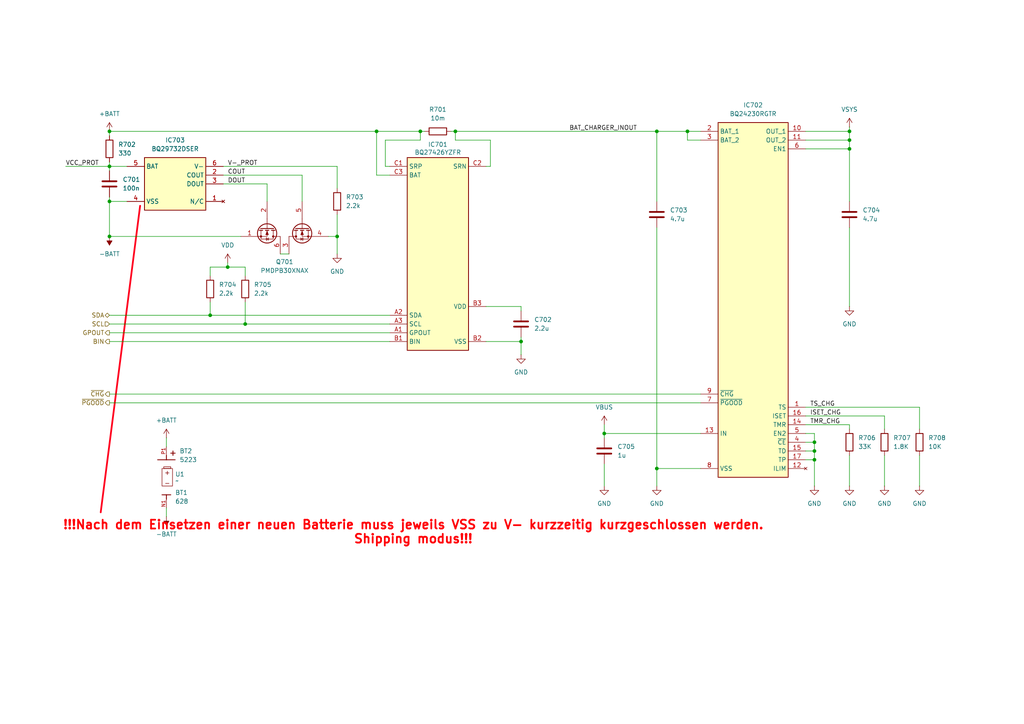
<source format=kicad_sch>
(kicad_sch (version 20250114) (generator "eeschema") (generator_version "9.0")
  (paper "A4")
  (lib_symbols
    (symbol "Device:C" (pin_numbers (hide yes)) (pin_names (offset 0.254))
      (property "Reference" "C" (at 0.635 2.54 0))
      (property "Value" "C" (at 0.635 -2.54 0))
      (symbol "C_0_1"
        (polyline (pts (xy -2.032 0.762) (xy 2.032 0.762)) (stroke (width 0.508)))
        (polyline (pts (xy -2.032 -0.762) (xy 2.032 -0.762)) (stroke (width 0.508)))
      )
      (symbol "C_1_1"
        (pin passive line (at 0 3.81 270) (length 2.794) (name "~") (number "1"))
        (pin passive line (at 0 -3.81 90) (length 2.794) (name "~") (number "2"))
      )
    )
    (symbol "Device:R" (pin_numbers (hide yes)) (pin_names (offset 0))
      (property "Reference" "R" (at 2.032 0 90))
      (property "Value" "R" (at 0 0 90))
      (symbol "R_0_1"
        (rectangle (start -1.016 -2.54) (end 1.016 2.54) (stroke (width 0.254)))
      )
      (symbol "R_1_1"
        (pin passive line (at 0 3.81 270) (length 1.27) (name "~") (number "1"))
        (pin passive line (at 0 -3.81 90) (length 1.27) (name "~") (number "2"))
      )
    )
    (symbol "TrashFlash:5223" (pin_names (offset 1.016))
      (property "Reference" "BT" (at -3.81 3.81 0))
      (property "Value" "5223" (at -3.81 -5.08 0))
      (symbol "5223_0_0"
        (polyline (pts (xy -3.81 1.905) (xy -2.54 1.905)) (stroke (width 0.254)))
        (polyline (pts (xy -3.175 2.54) (xy -3.175 1.27)) (stroke (width 0.254)))
        (polyline (pts (xy -1.27 2.54) (xy -1.27 0)) (stroke (width 0.254)))
        (polyline (pts (xy -1.27 0) (xy -2.54 0)) (stroke (width 0.254)))
        (polyline (pts (xy -1.27 0) (xy -1.27 -2.54)) (stroke (width 0.254)))
      )
      (symbol "5223_1_0"
        (pin passive line (at -5.08 0 0) (length 2.54) (name "~") (number "P1"))
      )
    )
    (symbol "TrashFlash:628" (pin_names (offset 1.016))
      (property "Reference" "BT" (at -3.81 3.81 0))
      (property "Value" "628" (at -3.81 -5.08 0))
      (symbol "628_0_0"
        (polyline (pts (xy 1.27 1.27) (xy 1.27 0)) (stroke (width 0.254)))
        (polyline (pts (xy 1.27 0) (xy 1.27 -1.27)) (stroke (width 0.254)))
        (polyline (pts (xy 1.27 0) (xy 2.54 0)) (stroke (width 0.254)))
        (pin passive line (at 5.08 0 180) (length 2.54) (name "~") (number "N1"))
        (pin passive line (at 5.08 0 180) (length 2.54) (hide yes) (name "~") (number "N2"))
        (pin passive line (at 5.08 0 180) (length 2.54) (hide yes) (name "~") (number "N3"))
      )
    )
    (symbol "TrashFlash:BQ24230RGTR"
      (property "Reference" "IC" (at -10.16 19.558 0))
      (property "Value" "BQ24230RGTR" (at -10.16 17.018 0))
      (symbol "BQ24230RGTR_1_1"
        (rectangle (start -10.16 12.7) (end 10.16 -90.17) (stroke (width 0.254)) (fill (type background)))
        (pin passive line (at -15.24 10.16 0) (length 5.08) (name "BAT_1") (number "2"))
        (pin passive line (at -15.24 7.62 0) (length 5.08) (name "BAT_2") (number "3"))
        (pin passive line (at -15.24 -66.04 0) (length 5.08) (name "~{CHG}") (number "9"))
        (pin passive line (at -15.24 -68.58 0) (length 5.08) (name "~{PGOOD}") (number "7"))
        (pin passive line (at -15.24 -77.47 0) (length 5.08) (name "IN") (number "13"))
        (pin passive line (at -15.24 -87.63 0) (length 5.08) (name "VSS") (number "8"))
        (pin passive line (at 15.24 10.16 180) (length 5.08) (name "OUT_1") (number "10"))
        (pin passive line (at 15.24 7.62 180) (length 5.08) (name "OUT_2") (number "11"))
        (pin passive line (at 15.24 5.08 180) (length 5.08) (name "EN1") (number "6"))
        (pin passive line (at 15.24 -69.85 180) (length 5.08) (name "TS") (number "1"))
        (pin passive line (at 15.24 -72.39 180) (length 5.08) (name "ISET") (number "16"))
        (pin passive line (at 15.24 -74.93 180) (length 5.08) (name "TMR") (number "14"))
        (pin passive line (at 15.24 -77.47 180) (length 5.08) (name "EN2") (number "5"))
        (pin passive line (at 15.24 -80.01 180) (length 5.08) (name "~{CE}") (number "4"))
        (pin passive line (at 15.24 -82.55 180) (length 5.08) (name "TD") (number "15"))
        (pin passive line (at 15.24 -85.09 180) (length 5.08) (name "TP") (number "17"))
        (pin no_connect line (at 15.24 -87.63 180) (length 5.08) (name "ILIM") (number "12"))
      )
    )
    (symbol "TrashFlash:BQ27426YZFR"
      (property "Reference" "IC" (at 0.254 4.572 0))
      (property "Value" "BQ27426YZFR" (at 0.254 2.54 0))
      (symbol "BQ27426YZFR_1_1"
        (rectangle (start 0 0) (end 17.78 -55.88) (stroke (width 0.254)) (fill (type background)))
        (pin passive line (at -5.08 -2.54 0) (length 5.08) (name "SRP") (number "C1"))
        (pin passive line (at -5.08 -5.08 0) (length 5.08) (name "BAT") (number "C3"))
        (pin passive line (at -5.08 -45.72 0) (length 5.08) (name "SDA") (number "A2"))
        (pin passive line (at -5.08 -48.26 0) (length 5.08) (name "SCL") (number "A3"))
        (pin passive line (at -5.08 -50.8 0) (length 5.08) (name "GPOUT") (number "A1"))
        (pin passive line (at -5.08 -53.34 0) (length 5.08) (name "BIN") (number "B1"))
        (pin passive line (at 22.86 -2.54 180) (length 5.08) (name "SRN") (number "C2"))
        (pin passive line (at 22.86 -43.18 180) (length 5.08) (name "VDD") (number "B3"))
        (pin passive line (at 22.86 -53.34 180) (length 5.08) (name "VSS") (number "B2"))
      )
    )
    (symbol "TrashFlash:BQ29732DSER"
      (property "Reference" "IC" (at -8.89 14.986 0))
      (property "Value" "BQ29732DSER" (at -8.89 12.446 0))
      (symbol "BQ29732DSER_1_1"
        (rectangle (start -8.89 8.89) (end 8.89 -6.35) (stroke (width 0.254)) (fill (type background)))
        (pin power_in line (at -13.97 6.35 0) (length 5.08) (name "BAT") (number "5"))
        (pin power_in line (at -13.97 -3.81 0) (length 5.08) (name "VSS") (number "4"))
        (pin bidirectional line (at 13.97 6.35 180) (length 5.08) (name "V-") (number "6"))
        (pin output line (at 13.97 3.81 180) (length 5.08) (name "COUT") (number "2"))
        (pin output line (at 13.97 1.27 180) (length 5.08) (name "DOUT") (number "3"))
        (pin no_connect line (at 13.97 -3.81 180) (length 5.08) (name "N/C") (number "1"))
      )
    )
    (symbol "TrashFlash:CR123A"
      (property "Reference" "U" (at 0 0 0))
      (symbol "CR123A_0_1"
        (rectangle (start 0 5.08) (end 3.048 0))
        (rectangle (start 0.508 5.588) (end 2.54 5.08))
        (polyline (pts (xy 1.016 3.81) (xy 2.032 3.81)))
        (polyline (pts (xy 1.016 0.762) (xy 2.032 0.762)))
        (polyline (pts (xy 1.524 4.318) (xy 1.524 3.302)))
      )
    )
    (symbol "TrashFlash:PMDPB30XNAX"
      (property "Reference" "Q" (at 7.62 14.732 0))
      (property "Value" "PMDPB30XNAX" (at 7.62 12.192 0))
      (symbol "PMDPB30XNAX_0_1"
        (polyline (pts (xy -7.62 0) (xy -5.08 0) (xy -5.08 1.778)))
        (polyline (pts (xy -6.858 1.778) (xy -6.858 -0.762) (xy -3.302 -0.762) (xy -3.302 1.778)))
        (circle (center -6.858 0) (radius 0.254) (fill (type outline)))
        (polyline (pts (xy -6.35 1.778) (xy -7.366 1.778)) (stroke (width 0.254)))
        (polyline (pts (xy -5.08 2.286) (xy -5.08 5.08)))
        (polyline (pts (xy -5.08 1.524) (xy -4.699 0.508) (xy -5.461 0.508) (xy -5.08 1.524)) (fill (type outline)))
        (circle (center -5.08 0.889) (radius 2.794) (stroke (width 0.254)))
        (polyline (pts (xy -4.699 -0.381) (xy -4.699 -1.143)))
        (polyline (pts (xy -4.699 -0.762) (xy -5.334 -0.381) (xy -5.334 -1.143) (xy -4.699 -0.762)))
        (polyline (pts (xy -4.572 1.778) (xy -5.588 1.778)) (stroke (width 0.254)))
        (circle (center -3.302 0) (radius 0.254) (fill (type outline)))
        (polyline (pts (xy -3.175 2.286) (xy -6.985 2.286)) (stroke (width 0.254)))
        (polyline (pts (xy -2.794 1.778) (xy -3.81 1.778)) (stroke (width 0.254)))
        (polyline (pts (xy -2.54 0) (xy -3.302 0)))
        (polyline (pts (xy -1.27 0) (xy -2.54 0)))
        (polyline (pts (xy 1.27 0) (xy 2.54 0)))
        (polyline (pts (xy 2.54 0) (xy 3.302 0)))
        (polyline (pts (xy 2.794 1.778) (xy 3.81 1.778)) (stroke (width 0.254)))
        (polyline (pts (xy 3.175 2.286) (xy 6.985 2.286)) (stroke (width 0.254)))
        (circle (center 3.302 0) (radius 0.254) (fill (type outline)))
        (polyline (pts (xy 4.572 1.778) (xy 5.588 1.778)) (stroke (width 0.254)))
        (polyline (pts (xy 4.699 -0.381) (xy 4.699 -1.143)))
        (polyline (pts (xy 4.699 -0.762) (xy 5.334 -0.381) (xy 5.334 -1.143) (xy 4.699 -0.762)))
        (polyline (pts (xy 5.08 2.286) (xy 5.08 5.08)))
        (polyline (pts (xy 5.08 1.524) (xy 4.699 0.508) (xy 5.461 0.508) (xy 5.08 1.524)) (fill (type outline)))
        (circle (center 5.08 0.889) (radius 2.794) (stroke (width 0.254)))
        (polyline (pts (xy 6.35 1.778) (xy 7.366 1.778)) (stroke (width 0.254)))
        (polyline (pts (xy 6.858 1.778) (xy 6.858 -0.762) (xy 3.302 -0.762) (xy 3.302 1.778)))
        (circle (center 6.858 0) (radius 0.254) (fill (type outline)))
        (polyline (pts (xy 7.62 0) (xy 5.08 0) (xy 5.08 1.778)))
      )
      (symbol "PMDPB30XNAX_1_1"
        (pin passive line (at -12.7 0 0) (length 5.08) (name "") (number "1"))
        (pin passive line (at -5.08 10.16 270) (length 5.08) (name "") (number "2"))
        (pin passive line (at -1.27 -5.08 90) (length 5.08) (name "") (number "6"))
        (pin passive line (at 1.27 -5.08 90) (length 5.08) (name "") (number "3"))
        (pin passive line (at 5.08 10.16 270) (length 5.08) (name "") (number "5"))
        (pin passive line (at 12.7 0 180) (length 5.08) (name "") (number "4"))
      )
    )
    (symbol "TrashFlash:VSYS" (power) (pin_numbers (hide yes)) (pin_names (offset 0) (hide yes))
      (property "Value" "VSYS" (at 0 3.556 0))
      (symbol "VSYS_0_1"
        (polyline (pts (xy -0.762 1.27) (xy 0 2.54)))
        (polyline (pts (xy 0 2.54) (xy 0.762 1.27)))
        (polyline (pts (xy 0 0) (xy 0 2.54)))
      )
      (symbol "VSYS_1_1"
        (pin power_in line (at 0 0 90) (length 0) (name "VSYS") (number "1"))
      )
    )
    (symbol "power:+BATT" (power) (pin_numbers (hide yes)) (pin_names (offset 0) (hide yes))
      (property "Value" "+BATT" (at 0 3.556 0))
      (symbol "+BATT_0_1"
        (polyline (pts (xy -0.762 1.27) (xy 0 2.54)))
        (polyline (pts (xy 0 2.54) (xy 0.762 1.27)))
        (polyline (pts (xy 0 0) (xy 0 2.54)))
      )
      (symbol "+BATT_1_1"
        (pin power_in line (at 0 0 90) (length 0) (name "~") (number "1"))
      )
    )
    (symbol "power:-BATT" (power) (pin_numbers (hide yes)) (pin_names (offset 0) (hide yes))
      (property "Value" "-BATT" (at 0 3.556 0))
      (symbol "-BATT_0_1"
        (polyline (pts (xy 0 0) (xy 0 2.54)))
        (polyline (pts (xy 0.762 1.27) (xy -0.762 1.27) (xy 0 2.54) (xy 0.762 1.27)) (fill (type outline)))
      )
      (symbol "-BATT_1_1"
        (pin power_in line (at 0 0 90) (length 0) (name "~") (number "1"))
      )
    )
    (symbol "power:GND" (power) (pin_numbers (hide yes)) (pin_names (offset 0) (hide yes))
      (property "Value" "GND" (at 0 -3.81 0))
      (symbol "GND_0_1"
        (polyline (pts (xy 0 0) (xy 0 -1.27) (xy 1.27 -1.27) (xy 0 -2.54) (xy -1.27 -1.27) (xy 0 -1.27)))
      )
      (symbol "GND_1_1"
        (pin power_in line (at 0 0 270) (length 0) (name "~") (number "1"))
      )
    )
    (symbol "power:VBUS" (power) (pin_numbers (hide yes)) (pin_names (offset 0) (hide yes))
      (property "Value" "VBUS" (at 0 3.556 0))
      (symbol "VBUS_0_1"
        (polyline (pts (xy -0.762 1.27) (xy 0 2.54)))
        (polyline (pts (xy 0 2.54) (xy 0.762 1.27)))
        (polyline (pts (xy 0 0) (xy 0 2.54)))
      )
      (symbol "VBUS_1_1"
        (pin power_in line (at 0 0 90) (length 0) (name "~") (number "1"))
      )
    )
    (symbol "power:VDD" (power) (pin_numbers (hide yes)) (pin_names (offset 0) (hide yes))
      (property "Value" "VDD" (at 0 3.556 0))
      (symbol "VDD_0_1"
        (polyline (pts (xy -0.762 1.27) (xy 0 2.54)))
        (polyline (pts (xy 0 2.54) (xy 0.762 1.27)))
        (polyline (pts (xy 0 0) (xy 0 2.54)))
      )
      (symbol "VDD_1_1"
        (pin power_in line (at 0 0 90) (length 0) (name "~") (number "1"))
      )
    )
  )
  (text "!!!Nach dem Einsetzen einer neuen Batterie muss jeweils VSS zu V- kurzzeitig kurzgeschlossen werden.\nShipping modus!!!" (at 119.888 154.432 0) (effects (font (size 2.54 2.54) (thickness 0.508) (bold yes))))
  (junction (at 71.12 93.98))
  (junction (at 190.5 38.1))
  (junction (at 31.75 48.26))
  (junction (at 97.79 68.58))
  (junction (at 121.92 38.1))
  (junction (at 199.39 38.1))
  (junction (at 246.38 38.1))
  (junction (at 246.38 43.18))
  (junction (at 246.38 40.64))
  (junction (at 109.22 38.1))
  (junction (at 236.22 133.35))
  (junction (at 31.75 58.42))
  (junction (at 66.04 77.47))
  (junction (at 236.22 128.27))
  (junction (at 31.75 38.1))
  (junction (at 132.08 38.1))
  (junction (at 236.22 130.81))
  (junction (at 151.13 99.06))
  (junction (at 175.26 125.73))
  (junction (at 60.96 91.44))
  (junction (at 31.75 68.58))
  (junction (at 190.5 135.89))
  (wire (pts (xy 66.04 77.47) (xy 71.12 77.47)))
  (wire (pts (xy 132.08 38.1) (xy 132.08 40.64)))
  (wire (pts (xy 66.04 76.2) (xy 66.04 77.47)))
  (wire (pts (xy 31.75 114.3) (xy 203.2 114.3)))
  (wire (pts (xy 233.68 120.65) (xy 256.54 120.65)))
  (wire (pts (xy 121.92 40.64) (xy 121.92 38.1)))
  (wire (pts (xy 111.76 48.26) (xy 111.76 40.64)))
  (wire (pts (xy 130.81 38.1) (xy 132.08 38.1)))
  (wire (pts (xy 111.76 40.64) (xy 121.92 40.64)))
  (wire (pts (xy 199.39 40.64) (xy 199.39 38.1)))
  (wire (pts (xy 190.5 38.1) (xy 199.39 38.1)))
  (wire (pts (xy 71.12 77.47) (xy 71.12 80.01)))
  (wire (pts (xy 31.75 58.42) (xy 31.75 57.15)))
  (wire (pts (xy 190.5 140.97) (xy 190.5 135.89)))
  (wire (pts (xy 71.12 87.63) (xy 71.12 93.98)))
  (wire (pts (xy 175.26 125.73) (xy 175.26 127)))
  (polyline (pts (xy 29.21 148.59) (xy 40.64 59.69)) (stroke (width 0.508) (type solid) (color 255 0 24 1)))
  (wire (pts (xy 266.7 118.11) (xy 266.7 124.46)))
  (wire (pts (xy 111.76 48.26) (xy 113.03 48.26)))
  (wire (pts (xy 233.68 125.73) (xy 236.22 125.73)))
  (wire (pts (xy 246.38 43.18) (xy 246.38 58.42)))
  (wire (pts (xy 95.25 68.58) (xy 97.79 68.58)))
  (wire (pts (xy 31.75 93.98) (xy 71.12 93.98)))
  (wire (pts (xy 151.13 88.9) (xy 151.13 90.17)))
  (wire (pts (xy 233.68 130.81) (xy 236.22 130.81)))
  (wire (pts (xy 190.5 38.1) (xy 190.5 58.42)))
  (wire (pts (xy 77.47 53.34) (xy 64.77 53.34)))
  (wire (pts (xy 60.96 77.47) (xy 66.04 77.47)))
  (wire (pts (xy 64.77 48.26) (xy 97.79 48.26)))
  (wire (pts (xy 113.03 50.8) (xy 109.22 50.8)))
  (wire (pts (xy 71.12 93.98) (xy 113.03 93.98)))
  (wire (pts (xy 199.39 38.1) (xy 203.2 38.1)))
  (wire (pts (xy 233.68 40.64) (xy 246.38 40.64)))
  (wire (pts (xy 97.79 68.58) (xy 97.79 73.66)))
  (wire (pts (xy 246.38 36.83) (xy 246.38 38.1)))
  (wire (pts (xy 31.75 58.42) (xy 31.75 68.58)))
  (wire (pts (xy 60.96 87.63) (xy 60.96 91.44)))
  (wire (pts (xy 97.79 48.26) (xy 97.79 54.61)))
  (wire (pts (xy 31.75 58.42) (xy 36.83 58.42)))
  (wire (pts (xy 31.75 38.1) (xy 31.75 39.37)))
  (wire (pts (xy 121.92 38.1) (xy 123.19 38.1)))
  (wire (pts (xy 77.47 58.42) (xy 77.47 53.34)))
  (wire (pts (xy 109.22 38.1) (xy 121.92 38.1)))
  (wire (pts (xy 190.5 135.89) (xy 203.2 135.89)))
  (wire (pts (xy 203.2 40.64) (xy 199.39 40.64)))
  (wire (pts (xy 236.22 133.35) (xy 236.22 140.97)))
  (wire (pts (xy 31.75 116.84) (xy 203.2 116.84)))
  (wire (pts (xy 233.68 133.35) (xy 236.22 133.35)))
  (wire (pts (xy 266.7 132.08) (xy 266.7 140.97)))
  (wire (pts (xy 87.63 50.8) (xy 64.77 50.8)))
  (wire (pts (xy 31.75 49.53) (xy 31.75 48.26)))
  (wire (pts (xy 233.68 118.11) (xy 266.7 118.11)))
  (wire (pts (xy 175.26 123.19) (xy 175.26 125.73)))
  (wire (pts (xy 48.26 149.86) (xy 48.26 147.32)))
  (wire (pts (xy 31.75 38.1) (xy 109.22 38.1)))
  (wire (pts (xy 97.79 62.23) (xy 97.79 68.58)))
  (wire (pts (xy 190.5 66.04) (xy 190.5 135.89)))
  (wire (pts (xy 31.75 96.52) (xy 113.03 96.52)))
  (wire (pts (xy 109.22 38.1) (xy 109.22 50.8)))
  (wire (pts (xy 140.97 48.26) (xy 142.24 48.26)))
  (wire (pts (xy 246.38 123.19) (xy 246.38 124.46)))
  (wire (pts (xy 233.68 38.1) (xy 246.38 38.1)))
  (wire (pts (xy 48.26 127) (xy 48.26 129.54)))
  (wire (pts (xy 246.38 66.04) (xy 246.38 88.9)))
  (wire (pts (xy 233.68 43.18) (xy 246.38 43.18)))
  (wire (pts (xy 31.75 46.99) (xy 31.75 48.26)))
  (wire (pts (xy 256.54 132.08) (xy 256.54 140.97)))
  (wire (pts (xy 236.22 125.73) (xy 236.22 128.27)))
  (wire (pts (xy 175.26 125.73) (xy 203.2 125.73)))
  (wire (pts (xy 246.38 40.64) (xy 246.38 38.1)))
  (wire (pts (xy 132.08 38.1) (xy 190.5 38.1)))
  (wire (pts (xy 233.68 128.27) (xy 236.22 128.27)))
  (wire (pts (xy 31.75 68.58) (xy 69.85 68.58)))
  (wire (pts (xy 142.24 48.26) (xy 142.24 40.64)))
  (wire (pts (xy 175.26 140.97) (xy 175.26 134.62)))
  (wire (pts (xy 60.96 80.01) (xy 60.96 77.47)))
  (wire (pts (xy 31.75 91.44) (xy 60.96 91.44)))
  (wire (pts (xy 151.13 99.06) (xy 140.97 99.06)))
  (wire (pts (xy 233.68 123.19) (xy 246.38 123.19)))
  (wire (pts (xy 60.96 91.44) (xy 113.03 91.44)))
  (wire (pts (xy 151.13 88.9) (xy 140.97 88.9)))
  (wire (pts (xy 31.75 48.26) (xy 36.83 48.26)))
  (wire (pts (xy 87.63 58.42) (xy 87.63 50.8)))
  (wire (pts (xy 246.38 43.18) (xy 246.38 40.64)))
  (wire (pts (xy 246.38 132.08) (xy 246.38 140.97)))
  (wire (pts (xy 151.13 97.79) (xy 151.13 99.06)))
  (wire (pts (xy 31.75 99.06) (xy 113.03 99.06)))
  (wire (pts (xy 151.13 102.87) (xy 151.13 99.06)))
  (wire (pts (xy 81.28 73.66) (xy 83.82 73.66)))
  (wire (pts (xy 236.22 128.27) (xy 236.22 130.81)))
  (wire (pts (xy 236.22 130.81) (xy 236.22 133.35)))
  (wire (pts (xy 142.24 40.64) (xy 132.08 40.64)))
  (wire (pts (xy 256.54 120.65) (xy 256.54 124.46)))
  (wire (pts (xy 19.05 48.26) (xy 31.75 48.26)))
  (label "ISET_CHG" (at 234.95 120.65 0))
  (label "BAT_CHARGER_INOUT" (at 165.1 38.1 0))
  (label "TMR_CHG" (at 234.95 123.19 0))
  (label "V-_PROT" (at 66.04 48.26 0))
  (label "TS_CHG" (at 234.95 118.11 0))
  (label "COUT" (at 66.04 50.8 0))
  (label "DOUT" (at 66.04 53.34 0))
  (label "VCC_PROT" (at 19.05 48.26 0))
  (hierarchical_label "~{CHG}" (shape output) (at 31.75 114.3 180))
  (hierarchical_label "BIN" (shape output) (at 31.75 99.06 180))
  (hierarchical_label "GPOUT" (shape output) (at 31.75 96.52 180))
  (hierarchical_label "SCL" (shape input) (at 31.75 93.98 180))
  (hierarchical_label "SDA" (shape bidirectional) (at 31.75 91.44 180))
  (hierarchical_label "~{PGOOD}" (shape output) (at 31.75 116.84 180))
  (symbol (lib_id "Device:C") (at 190.5 62.23 0) (unit 1)
    (property "Reference" "C703" (at 194.31 60.9599 0) (effects (justify left)))
    (property "Value" "4.7u" (at 194.31 63.4999 0) (effects (justify left)))
    (property "Footprint" "Capacitor_SMD:C_0603_1608Metric" (effects (hide yes)))
    (property "Description" "Unpolarized capacitor" (effects (hide yes)))
  )
  (symbol (lib_id "TrashFlash:628") (at 48.26 142.24 270) (unit 1)
    (property "Reference" "BT1" (at 50.8 142.8749 90) (effects (justify left)))
    (property "Value" "628" (at 50.8 145.4149 90) (effects (justify left)))
    (property "Footprint" "TrashFlash:BAT_628" (effects (hide yes)))
    (property "PARTREV" "A" (effects (hide yes)))
    (property "SNAPEDA_PN" "628" (effects (hide yes)))
    (property "MANUFACTURER" "Keystone" (effects (hide yes)))
    (property "MAXIMUM_PACKAGE_HEIGHT" "14.1mm" (effects (hide yes)))
    (property "STANDARD" "Manufacturer Recommendations" (effects (hide yes)))
  )
  (symbol (lib_id "TrashFlash:BQ29732DSER") (at 50.8 54.61 0) (unit 1)
    (property "Reference" "IC703" (at 50.8 40.64 0))
    (property "Value" "BQ29732DSER" (at 50.8 43.18 0))
    (property "Footprint" "TrashFlash:SON50P150X150X80-6N" (effects (hide yes)))
    (property "Datasheet" "http://www.ti.com/lit/gpn/bq2973" (effects (hide yes)))
    (property "Description" "Li-Ion/Li Polymer Advanced Single-Cell Battery Protector IC Family" (effects (hide yes)))
    (property "Height" "0.8" (effects (hide yes)))
    (property "Mouser Part Number" "595-BQ29732DSER" (effects (hide yes)))
    (property "Mouser Price/Stock" "https://www.mouser.co.uk/ProductDetail/Texas-Instruments/BQ29732DSER?qs=HjC056NR38EUdABiMgTGbg%3D%3D" (effects (hide yes)))
    (property "Manufacturer_Name" "Texas Instruments" (effects (hide yes)))
    (property "Manufacturer_Part_Number" "BQ29732DSER" (effects (hide yes)))
  )
  (symbol (lib_id "TrashFlash:BQ27426YZFR") (at 118.11 45.72 0) (unit 1)
    (property "Reference" "IC701" (at 127 41.91 0))
    (property "Value" "BQ27426YZFR" (at 127 44.196 0))
    (property "Footprint" "TrashFlash:BGA9C50P3X3_158X162X62" (effects (hide yes)))
    (property "Datasheet" "https://www.ti.com/lit/ds/symlink/bq27426.pdf?ts=1651460808360&ref_url=https%253A%252F%252Fwww.google.com%252F" (effects (hide yes)))
    (property "Description" "Single cell System-Side Battery Fuel (Gas) Gauge w/Pre-programmed Chemistry Profile" (effects (hide yes)))
    (property "Height" "0.625" (effects (hide yes)))
    (property "Mouser Part Number" "595-BQ27426YZFR" (effects (hide yes)))
    (property "Mouser Price/Stock" "https://www.mouser.co.uk/ProductDetail/Texas-Instruments/BQ27426YZFR?qs=VymPLiRQZIRKngYKi%2FLE%252Bw%3D%3D" (effects (hide yes)))
    (property "Manufacturer_Name" "Texas Instruments" (effects (hide yes)))
    (property "Manufacturer_Part_Number" "BQ27426YZFR" (effects (hide yes)))
  )
  (symbol (lib_id "power:-BATT") (at 31.75 68.58 180) (unit 1)
    (property "Reference" "#PWR0703" (effects (hide yes)))
    (property "Value" "-BATT" (at 31.75 73.66 0))
    (property "Description" "Power symbol creates a global label with name \"-BATT\"" (effects (hide yes)))
  )
  (symbol (lib_id "power:GND") (at 151.13 102.87 0) (unit 1)
    (property "Reference" "#PWR0706" (effects (hide yes)))
    (property "Value" "GND" (at 151.13 107.95 0))
    (property "Description" "Power symbol creates a global label with name \"GND\" , ground" (effects (hide yes)))
  )
  (symbol (lib_id "Device:C") (at 31.75 53.34 0) (unit 1)
    (property "Reference" "C701" (at 35.56 52.0699 0) (effects (justify left)))
    (property "Value" "100n" (at 35.56 54.6099 0) (effects (justify left)))
    (property "Footprint" "Capacitor_SMD:C_0402_1005Metric" (effects (hide yes)))
    (property "Description" "Unpolarized capacitor" (effects (hide yes)))
  )
  (symbol (lib_id "power:VBUS") (at 175.26 123.19 0) (unit 1)
    (property "Reference" "#PWR0716" (effects (hide yes)))
    (property "Value" "VBUS" (at 175.26 118.11 0))
    (property "Description" "Power symbol creates a global label with name \"VBUS\"" (effects (hide yes)))
  )
  (symbol (lib_id "power:GND") (at 266.7 140.97 0) (unit 1)
    (property "Reference" "#PWR0712" (effects (hide yes)))
    (property "Value" "GND" (at 266.7 146.05 0))
    (property "Description" "Power symbol creates a global label with name \"GND\" , ground" (effects (hide yes)))
  )
  (symbol (lib_id "power:-BATT") (at 48.26 149.86 180) (unit 1)
    (property "Reference" "#PWR0723" (effects (hide yes)))
    (property "Value" "-BATT" (at 48.26 154.94 0))
    (property "Description" "Power symbol creates a global label with name \"-BATT\"" (effects (hide yes)))
  )
  (symbol (lib_id "Device:C") (at 151.13 93.98 0) (unit 1)
    (property "Reference" "C702" (at 154.94 92.7099 0) (effects (justify left)))
    (property "Value" "2.2u" (at 154.94 95.2499 0) (effects (justify left)))
    (property "Footprint" "Capacitor_SMD:C_0603_1608Metric" (effects (hide yes)))
    (property "Description" "Unpolarized capacitor" (effects (hide yes)))
  )
  (symbol (lib_id "TrashFlash:PMDPB30XNAX") (at 82.55 68.58 0) (unit 1)
    (property "Reference" "Q701" (at 82.55 75.946 0))
    (property "Value" "PMDPB30XNAX" (at 82.55 78.486 0))
    (property "Footprint" "TrashFlash:PMDPB30XNAX" (effects (hide yes)))
    (property "Datasheet" "https://assets.nexperia.com/documents/data-sheet/PMDPB30XNA.pdf" (effects (hide yes)))
    (property "Description" "Mosfet Array 20V 4A (Ta) 490mW (Ta), 8.33W (Tc) Surface Mount 6-HUSON (2x2)" (effects (hide yes)))
    (property "Height" "0.65" (effects (hide yes)))
    (property "Mouser Part Number" "771-PMDPB30XNAX" (effects (hide yes)))
    (property "Mouser Price/Stock" "https://www.mouser.co.uk/ProductDetail/Nexperia/PMDPB30XNAX?qs=jRuttqqUwMQLUACDE64uFA%3D%3D" (effects (hide yes)))
    (property "Manufacturer_Name" "Nexperia" (effects (hide yes)))
    (property "Manufacturer_Part_Number" "PMDPB30XNAX" (effects (hide yes)))
  )
  (symbol (lib_id "Device:C") (at 246.38 62.23 0) (unit 1)
    (property "Reference" "C704" (at 250.19 60.9599 0) (effects (justify left)))
    (property "Value" "4.7u" (at 250.19 63.4999 0) (effects (justify left)))
    (property "Footprint" "Capacitor_SMD:C_0603_1608Metric" (effects (hide yes)))
    (property "Description" "Unpolarized capacitor" (effects (hide yes)))
  )
  (symbol (lib_id "TrashFlash:BQ24230RGTR") (at 218.44 48.26 0) (unit 1)
    (property "Reference" "IC702" (at 218.44 30.48 0))
    (property "Value" "BQ24230RGTR" (at 218.44 33.02 0))
    (property "Footprint" "TrashFlash:QFN50P300X300X100-17N-D" (effects (hide yes)))
    (property "Datasheet" "http://www.ti.com/lit/ds/symlink/bq24232.pdf" (effects (hide yes)))
    (property "Description" "TEXAS INSTRUMENTS - BQ24230RGTR - BATT CHARGER, LI-ION, 0.5A, VQFN-16" (effects (hide yes)))
    (property "Height" "1" (effects (hide yes)))
    (property "Mouser Part Number" "595-BQ24230RGTR" (effects (hide yes)))
    (property "Mouser Price/Stock" "https://www.mouser.co.uk/ProductDetail/Texas-Instruments/BQ24230RGTR?qs=makukexe9nyyYKKRD3vaNg%3D%3D" (effects (hide yes)))
    (property "Manufacturer_Name" "Texas Instruments" (effects (hide yes)))
    (property "Manufacturer_Part_Number" "BQ24230RGTR" (effects (hide yes)))
  )
  (symbol (lib_id "power:GND") (at 246.38 88.9 0) (unit 1)
    (property "Reference" "#PWR0720" (effects (hide yes)))
    (property "Value" "GND" (at 246.38 93.98 0))
    (property "Description" "Power symbol creates a global label with name \"GND\" , ground" (effects (hide yes)))
  )
  (symbol (lib_id "power:GND") (at 175.26 140.97 0) (unit 1)
    (property "Reference" "#PWR0721" (effects (hide yes)))
    (property "Value" "GND" (at 175.26 146.05 0))
    (property "Description" "Power symbol creates a global label with name \"GND\" , ground" (effects (hide yes)))
  )
  (symbol (lib_id "Device:R") (at 97.79 58.42 0) (unit 1)
    (property "Reference" "R703" (at 100.33 57.1499 0) (effects (justify left)))
    (property "Value" "2.2k" (at 100.33 59.6899 0) (effects (justify left)))
    (property "Footprint" "Resistor_SMD:R_0402_1005Metric" (effects (hide yes)))
    (property "Description" "Resistor" (effects (hide yes)))
  )
  (symbol (lib_id "power:+BATT") (at 48.26 127 0) (unit 1)
    (property "Reference" "#PWR0722" (effects (hide yes)))
    (property "Value" "+BATT" (at 48.26 121.92 0))
    (property "Description" "Power symbol creates a global label with name \"+BATT\"" (effects (hide yes)))
  )
  (symbol (lib_id "power:+BATT") (at 31.75 38.1 0) (unit 1)
    (property "Reference" "#PWR0702" (effects (hide yes)))
    (property "Value" "+BATT" (at 31.75 33.02 0))
    (property "Description" "Power symbol creates a global label with name \"+BATT\"" (effects (hide yes)))
  )
  (symbol (lib_id "TrashFlash:VSYS") (at 246.38 36.83 0) (unit 1)
    (property "Reference" "#PWR0701" (effects (hide yes)))
    (property "Value" "VSYS" (at 246.38 31.75 0))
    (property "Description" "Power symbol creates a global label with name \"VSYS\"" (effects (hide yes)))
  )
  (symbol (lib_id "Device:R") (at 266.7 128.27 0) (unit 1)
    (property "Reference" "R708" (at 269.24 126.9999 0) (effects (justify left)))
    (property "Value" "10K" (at 269.24 129.5399 0) (effects (justify left)))
    (property "Footprint" "Resistor_SMD:R_0402_1005Metric" (effects (hide yes)))
    (property "Description" "Resistor" (effects (hide yes)))
  )
  (symbol (lib_id "power:GND") (at 256.54 140.97 0) (unit 1)
    (property "Reference" "#PWR0711" (effects (hide yes)))
    (property "Value" "GND" (at 256.54 146.05 0))
    (property "Description" "Power symbol creates a global label with name \"GND\" , ground" (effects (hide yes)))
  )
  (symbol (lib_id "power:VDD") (at 66.04 76.2 0) (unit 1)
    (property "Reference" "#PWR0705" (effects (hide yes)))
    (property "Value" "VDD" (at 66.04 71.12 0))
    (property "Description" "Power symbol creates a global label with name \"VDD\"" (effects (hide yes)))
  )
  (symbol (lib_id "power:GND") (at 246.38 140.97 0) (unit 1)
    (property "Reference" "#PWR0710" (effects (hide yes)))
    (property "Value" "GND" (at 246.38 146.05 0))
    (property "Description" "Power symbol creates a global label with name \"GND\" , ground" (effects (hide yes)))
  )
  (symbol (lib_id "power:GND") (at 236.22 140.97 0) (unit 1)
    (property "Reference" "#PWR0709" (effects (hide yes)))
    (property "Value" "GND" (at 236.22 146.05 0))
    (property "Description" "Power symbol creates a global label with name \"GND\" , ground" (effects (hide yes)))
  )
  (symbol (lib_id "Device:R") (at 256.54 128.27 0) (unit 1)
    (property "Reference" "R707" (at 259.08 126.9999 0) (effects (justify left)))
    (property "Value" "1.8K" (at 259.08 129.5399 0) (effects (justify left)))
    (property "Footprint" "Resistor_SMD:R_0402_1005Metric" (effects (hide yes)))
    (property "Description" "Resistor" (effects (hide yes)))
  )
  (symbol (lib_id "power:GND") (at 190.5 140.97 0) (unit 1)
    (property "Reference" "#PWR0708" (effects (hide yes)))
    (property "Value" "GND" (at 190.5 146.05 0))
    (property "Description" "Power symbol creates a global label with name \"GND\" , ground" (effects (hide yes)))
  )
  (symbol (lib_id "TrashFlash:5223") (at 48.26 134.62 270) (unit 1)
    (property "Reference" "BT2" (at 52.07 130.8099 90) (effects (justify left)))
    (property "Value" "5223" (at 52.07 133.3499 90) (effects (justify left)))
    (property "Footprint" "TrashFlash:BAT_5223" (effects (hide yes)))
    (property "PARTREV" "B" (effects (hide yes)))
    (property "MANUFACTURER" "Keystone" (effects (hide yes)))
    (property "MAXIMUM_PACKAGE_HEIGHT" "12.24 mm" (effects (hide yes)))
    (property "STANDARD" "Manufacturer Recommendations" (effects (hide yes)))
  )
  (symbol (lib_id "TrashFlash:CR123A") (at 46.99 140.97 0) (unit 1)
    (property "Reference" "U1" (at 50.8 137.5409 0) (effects (justify left)))
    (property "Value" "~" (at 50.8 139.446 0) (effects (justify left)))
    (property "Footprint" "TrashFlash:CR123A" (effects (hide yes)))
  )
  (symbol (lib_id "Device:R") (at 127 38.1 90) (unit 1)
    (property "Reference" "R701" (at 127 31.75 90))
    (property "Value" "10m" (at 127 34.29 90))
    (property "Footprint" "Resistor_SMD:R_0603_1608Metric" (effects (hide yes)))
    (property "Description" "Resistor" (effects (hide yes)))
  )
  (symbol (lib_id "Device:R") (at 60.96 83.82 0) (unit 1)
    (property "Reference" "R704" (at 63.5 82.5499 0) (effects (justify left)))
    (property "Value" "2.2k" (at 63.5 85.0899 0) (effects (justify left)))
    (property "Footprint" "Resistor_SMD:R_0402_1005Metric" (effects (hide yes)))
    (property "Description" "Resistor" (effects (hide yes)))
  )
  (symbol (lib_id "Device:R") (at 246.38 128.27 0) (unit 1)
    (property "Reference" "R706" (at 248.92 126.9999 0) (effects (justify left)))
    (property "Value" "33K" (at 248.92 129.5399 0) (effects (justify left)))
    (property "Footprint" "Resistor_SMD:R_0402_1005Metric" (effects (hide yes)))
    (property "Description" "Resistor" (effects (hide yes)))
  )
  (symbol (lib_id "Device:C") (at 175.26 130.81 0) (unit 1)
    (property "Reference" "C705" (at 179.07 129.5399 0) (effects (justify left)))
    (property "Value" "1u" (at 179.07 132.0799 0) (effects (justify left)))
    (property "Footprint" "Capacitor_SMD:C_0603_1608Metric" (effects (hide yes)))
    (property "Description" "Unpolarized capacitor" (effects (hide yes)))
  )
  (symbol (lib_id "Device:R") (at 71.12 83.82 0) (unit 1)
    (property "Reference" "R705" (at 73.66 82.5499 0) (effects (justify left)))
    (property "Value" "2.2k" (at 73.66 85.0899 0) (effects (justify left)))
    (property "Footprint" "Resistor_SMD:R_0402_1005Metric" (effects (hide yes)))
    (property "Description" "Resistor" (effects (hide yes)))
  )
  (symbol (lib_id "Device:R") (at 31.75 43.18 0) (unit 1)
    (property "Reference" "R702" (at 34.29 41.9099 0) (effects (justify left)))
    (property "Value" "330" (at 34.29 44.4499 0) (effects (justify left)))
    (property "Footprint" "Resistor_SMD:R_0402_1005Metric" (effects (hide yes)))
    (property "Description" "Resistor" (effects (hide yes)))
  )
  (symbol (lib_id "power:GND") (at 97.79 73.66 0) (unit 1)
    (property "Reference" "#PWR0704" (effects (hide yes)))
    (property "Value" "GND" (at 97.79 78.74 0))
    (property "Description" "Power symbol creates a global label with name \"GND\" , ground" (effects (hide yes)))
  )
)
</source>
